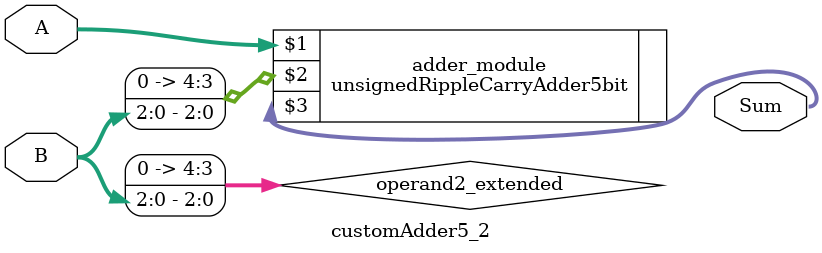
<source format=v>

module customAdder5_2(
                    input [4 : 0] A,
                    input [2 : 0] B,
                    
                    output [5 : 0] Sum
            );

    wire [4 : 0] operand2_extended;
    
    assign operand2_extended =  {2'b0, B};
    
    unsignedRippleCarryAdder5bit adder_module(
        A,
        operand2_extended,
        Sum
    );
    
endmodule
        
</source>
